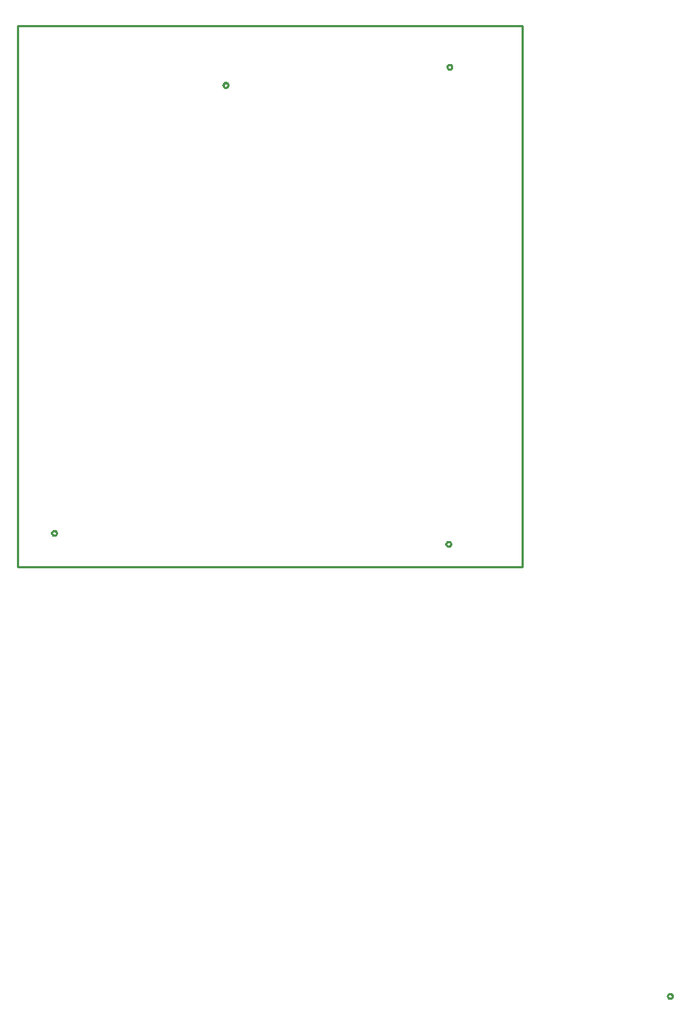
<source format=gbr>
G04 EAGLE Gerber RS-274X export*
G75*
%MOMM*%
%FSLAX34Y34*%
%LPD*%
%IN*%
%IPPOS*%
%AMOC8*
5,1,8,0,0,1.08239X$1,22.5*%
G01*
%ADD10C,0.254000*%


D10*
X0Y0D02*
X580900Y0D01*
X580900Y622200D01*
X0Y622200D01*
X0Y0D01*
X753655Y-494328D02*
X753588Y-494756D01*
X753454Y-495168D01*
X753257Y-495553D01*
X753003Y-495904D01*
X752697Y-496210D01*
X752347Y-496464D01*
X751961Y-496661D01*
X751549Y-496794D01*
X751122Y-496862D01*
X750689Y-496862D01*
X750261Y-496794D01*
X749850Y-496661D01*
X749464Y-496464D01*
X749114Y-496210D01*
X748808Y-495904D01*
X748553Y-495553D01*
X748357Y-495168D01*
X748223Y-494756D01*
X748155Y-494328D01*
X748155Y-493896D01*
X748223Y-493468D01*
X748357Y-493056D01*
X748553Y-492671D01*
X748808Y-492321D01*
X749114Y-492014D01*
X749464Y-491760D01*
X749850Y-491563D01*
X750261Y-491430D01*
X750689Y-491362D01*
X751122Y-491362D01*
X751549Y-491430D01*
X751961Y-491563D01*
X752347Y-491760D01*
X752697Y-492014D01*
X753003Y-492321D01*
X753257Y-492671D01*
X753454Y-493056D01*
X753588Y-493468D01*
X753655Y-493896D01*
X753655Y-494328D01*
X44909Y38280D02*
X44842Y37852D01*
X44708Y37441D01*
X44511Y37055D01*
X44257Y36705D01*
X43951Y36399D01*
X43601Y36144D01*
X43215Y35948D01*
X42803Y35814D01*
X42376Y35746D01*
X41943Y35746D01*
X41515Y35814D01*
X41104Y35948D01*
X40718Y36144D01*
X40368Y36399D01*
X40062Y36705D01*
X39807Y37055D01*
X39611Y37441D01*
X39477Y37852D01*
X39409Y38280D01*
X39409Y38713D01*
X39477Y39140D01*
X39611Y39552D01*
X39807Y39938D01*
X40062Y40288D01*
X40368Y40594D01*
X40718Y40848D01*
X41104Y41045D01*
X41515Y41179D01*
X41943Y41246D01*
X42376Y41246D01*
X42803Y41179D01*
X43215Y41045D01*
X43601Y40848D01*
X43951Y40594D01*
X44257Y40288D01*
X44511Y39938D01*
X44708Y39552D01*
X44842Y39140D01*
X44909Y38713D01*
X44909Y38280D01*
X498744Y25681D02*
X498676Y25253D01*
X498542Y24841D01*
X498346Y24456D01*
X498091Y24105D01*
X497785Y23799D01*
X497435Y23545D01*
X497049Y23348D01*
X496637Y23215D01*
X496210Y23147D01*
X495777Y23147D01*
X495350Y23215D01*
X494938Y23348D01*
X494552Y23545D01*
X494202Y23799D01*
X493896Y24105D01*
X493642Y24456D01*
X493445Y24841D01*
X493311Y25253D01*
X493244Y25681D01*
X493244Y26113D01*
X493311Y26541D01*
X493445Y26953D01*
X493642Y27338D01*
X493896Y27688D01*
X494202Y27995D01*
X494552Y28249D01*
X494938Y28446D01*
X495350Y28579D01*
X495777Y28647D01*
X496210Y28647D01*
X496637Y28579D01*
X497049Y28446D01*
X497435Y28249D01*
X497785Y27995D01*
X498091Y27688D01*
X498346Y27338D01*
X498542Y26953D01*
X498676Y26541D01*
X498744Y26113D01*
X498744Y25681D01*
X499918Y574456D02*
X499850Y574029D01*
X499716Y573617D01*
X499520Y573231D01*
X499265Y572881D01*
X498959Y572575D01*
X498609Y572321D01*
X498223Y572124D01*
X497812Y571990D01*
X497384Y571923D01*
X496951Y571923D01*
X496524Y571990D01*
X496112Y572124D01*
X495726Y572321D01*
X495376Y572575D01*
X495070Y572881D01*
X494816Y573231D01*
X494619Y573617D01*
X494485Y574029D01*
X494418Y574456D01*
X494418Y574889D01*
X494485Y575317D01*
X494619Y575728D01*
X494816Y576114D01*
X495070Y576464D01*
X495376Y576770D01*
X495726Y577025D01*
X496112Y577221D01*
X496524Y577355D01*
X496951Y577423D01*
X497384Y577423D01*
X497812Y577355D01*
X498223Y577221D01*
X498609Y577025D01*
X498959Y576770D01*
X499265Y576464D01*
X499520Y576114D01*
X499716Y575728D01*
X499850Y575317D01*
X499918Y574889D01*
X499918Y574456D01*
X242271Y553512D02*
X242203Y553085D01*
X242070Y552673D01*
X241873Y552287D01*
X241619Y551937D01*
X241313Y551631D01*
X240962Y551377D01*
X240577Y551180D01*
X240165Y551047D01*
X239738Y550979D01*
X239305Y550979D01*
X238877Y551047D01*
X238466Y551180D01*
X238080Y551377D01*
X237730Y551631D01*
X237424Y551937D01*
X237169Y552287D01*
X236973Y552673D01*
X236839Y553085D01*
X236771Y553512D01*
X236771Y553945D01*
X236839Y554373D01*
X236973Y554784D01*
X237169Y555170D01*
X237424Y555520D01*
X237730Y555826D01*
X238080Y556081D01*
X238466Y556277D01*
X238877Y556411D01*
X239305Y556479D01*
X239738Y556479D01*
X240165Y556411D01*
X240577Y556277D01*
X240962Y556081D01*
X241313Y555826D01*
X241619Y555520D01*
X241873Y555170D01*
X242070Y554784D01*
X242203Y554373D01*
X242271Y553945D01*
X242271Y553512D01*
M02*

</source>
